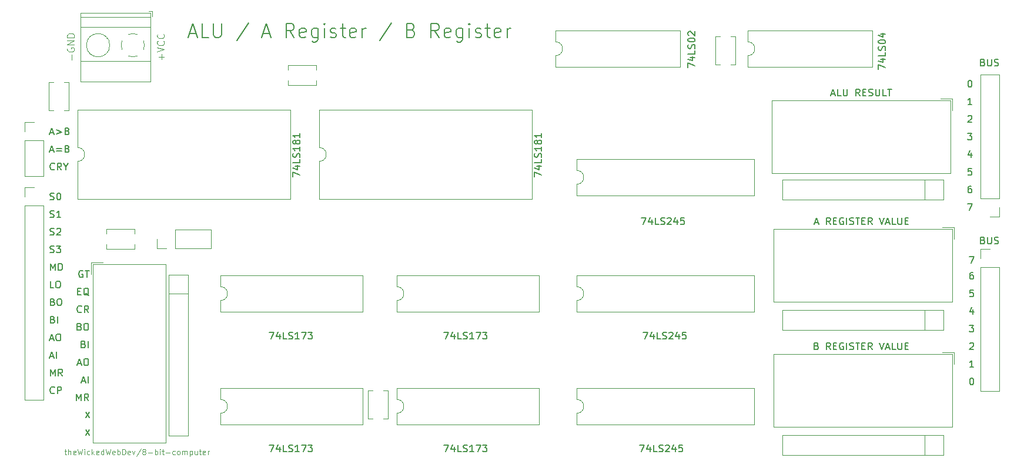
<source format=gbr>
%TF.GenerationSoftware,KiCad,Pcbnew,(5.1.9-0-10_14)*%
%TF.CreationDate,2021-06-17T14:45:46-04:00*%
%TF.ProjectId,ALU-181,414c552d-3138-4312-9e6b-696361645f70,rev?*%
%TF.SameCoordinates,Original*%
%TF.FileFunction,Legend,Top*%
%TF.FilePolarity,Positive*%
%FSLAX46Y46*%
G04 Gerber Fmt 4.6, Leading zero omitted, Abs format (unit mm)*
G04 Created by KiCad (PCBNEW (5.1.9-0-10_14)) date 2021-06-17 14:45:46*
%MOMM*%
%LPD*%
G01*
G04 APERTURE LIST*
%ADD10C,0.150000*%
%ADD11C,0.100000*%
%ADD12C,0.120000*%
G04 APERTURE END LIST*
D10*
X207023928Y-88828571D02*
X207166785Y-88876190D01*
X207214404Y-88923809D01*
X207262023Y-89019047D01*
X207262023Y-89161904D01*
X207214404Y-89257142D01*
X207166785Y-89304761D01*
X207071547Y-89352380D01*
X206690595Y-89352380D01*
X206690595Y-88352380D01*
X207023928Y-88352380D01*
X207119166Y-88400000D01*
X207166785Y-88447619D01*
X207214404Y-88542857D01*
X207214404Y-88638095D01*
X207166785Y-88733333D01*
X207119166Y-88780952D01*
X207023928Y-88828571D01*
X206690595Y-88828571D01*
X207690595Y-88352380D02*
X207690595Y-89161904D01*
X207738214Y-89257142D01*
X207785833Y-89304761D01*
X207881071Y-89352380D01*
X208071547Y-89352380D01*
X208166785Y-89304761D01*
X208214404Y-89257142D01*
X208262023Y-89161904D01*
X208262023Y-88352380D01*
X208690595Y-89304761D02*
X208833452Y-89352380D01*
X209071547Y-89352380D01*
X209166785Y-89304761D01*
X209214404Y-89257142D01*
X209262023Y-89161904D01*
X209262023Y-89066666D01*
X209214404Y-88971428D01*
X209166785Y-88923809D01*
X209071547Y-88876190D01*
X208881071Y-88828571D01*
X208785833Y-88780952D01*
X208738214Y-88733333D01*
X208690595Y-88638095D01*
X208690595Y-88542857D01*
X208738214Y-88447619D01*
X208785833Y-88400000D01*
X208881071Y-88352380D01*
X209119166Y-88352380D01*
X209262023Y-88400000D01*
X205086976Y-91146380D02*
X205753642Y-91146380D01*
X205325071Y-92146380D01*
X205610785Y-93432380D02*
X205420309Y-93432380D01*
X205325071Y-93480000D01*
X205277452Y-93527619D01*
X205182214Y-93670476D01*
X205134595Y-93860952D01*
X205134595Y-94241904D01*
X205182214Y-94337142D01*
X205229833Y-94384761D01*
X205325071Y-94432380D01*
X205515547Y-94432380D01*
X205610785Y-94384761D01*
X205658404Y-94337142D01*
X205706023Y-94241904D01*
X205706023Y-94003809D01*
X205658404Y-93908571D01*
X205610785Y-93860952D01*
X205515547Y-93813333D01*
X205325071Y-93813333D01*
X205229833Y-93860952D01*
X205182214Y-93908571D01*
X205134595Y-94003809D01*
X205134595Y-103687619D02*
X205182214Y-103640000D01*
X205277452Y-103592380D01*
X205515547Y-103592380D01*
X205610785Y-103640000D01*
X205658404Y-103687619D01*
X205706023Y-103782857D01*
X205706023Y-103878095D01*
X205658404Y-104020952D01*
X205086976Y-104592380D01*
X205706023Y-104592380D01*
X205086976Y-101052380D02*
X205706023Y-101052380D01*
X205372690Y-101433333D01*
X205515547Y-101433333D01*
X205610785Y-101480952D01*
X205658404Y-101528571D01*
X205706023Y-101623809D01*
X205706023Y-101861904D01*
X205658404Y-101957142D01*
X205610785Y-102004761D01*
X205515547Y-102052380D01*
X205229833Y-102052380D01*
X205134595Y-102004761D01*
X205086976Y-101957142D01*
X205372690Y-108672380D02*
X205467928Y-108672380D01*
X205563166Y-108720000D01*
X205610785Y-108767619D01*
X205658404Y-108862857D01*
X205706023Y-109053333D01*
X205706023Y-109291428D01*
X205658404Y-109481904D01*
X205610785Y-109577142D01*
X205563166Y-109624761D01*
X205467928Y-109672380D01*
X205372690Y-109672380D01*
X205277452Y-109624761D01*
X205229833Y-109577142D01*
X205182214Y-109481904D01*
X205134595Y-109291428D01*
X205134595Y-109053333D01*
X205182214Y-108862857D01*
X205229833Y-108767619D01*
X205277452Y-108720000D01*
X205372690Y-108672380D01*
X205706023Y-107132380D02*
X205134595Y-107132380D01*
X205420309Y-107132380D02*
X205420309Y-106132380D01*
X205325071Y-106275238D01*
X205229833Y-106370476D01*
X205134595Y-106418095D01*
X205610785Y-98845714D02*
X205610785Y-99512380D01*
X205372690Y-98464761D02*
X205134595Y-99179047D01*
X205753642Y-99179047D01*
X205658404Y-95972380D02*
X205182214Y-95972380D01*
X205134595Y-96448571D01*
X205182214Y-96400952D01*
X205277452Y-96353333D01*
X205515547Y-96353333D01*
X205610785Y-96400952D01*
X205658404Y-96448571D01*
X205706023Y-96543809D01*
X205706023Y-96781904D01*
X205658404Y-96877142D01*
X205610785Y-96924761D01*
X205515547Y-96972380D01*
X205277452Y-96972380D01*
X205182214Y-96924761D01*
X205134595Y-96877142D01*
D11*
X88717428Y-62769523D02*
X88717428Y-62007619D01*
X89098380Y-62388571D02*
X88336476Y-62388571D01*
X88098380Y-61674285D02*
X89098380Y-61340952D01*
X88098380Y-61007619D01*
X89003142Y-60102857D02*
X89050761Y-60150476D01*
X89098380Y-60293333D01*
X89098380Y-60388571D01*
X89050761Y-60531428D01*
X88955523Y-60626666D01*
X88860285Y-60674285D01*
X88669809Y-60721904D01*
X88526952Y-60721904D01*
X88336476Y-60674285D01*
X88241238Y-60626666D01*
X88146000Y-60531428D01*
X88098380Y-60388571D01*
X88098380Y-60293333D01*
X88146000Y-60150476D01*
X88193619Y-60102857D01*
X89003142Y-59102857D02*
X89050761Y-59150476D01*
X89098380Y-59293333D01*
X89098380Y-59388571D01*
X89050761Y-59531428D01*
X88955523Y-59626666D01*
X88860285Y-59674285D01*
X88669809Y-59721904D01*
X88526952Y-59721904D01*
X88336476Y-59674285D01*
X88241238Y-59626666D01*
X88146000Y-59531428D01*
X88098380Y-59388571D01*
X88098380Y-59293333D01*
X88146000Y-59150476D01*
X88193619Y-59102857D01*
X75763428Y-62864761D02*
X75763428Y-62102857D01*
X75192000Y-61102857D02*
X75144380Y-61198095D01*
X75144380Y-61340952D01*
X75192000Y-61483809D01*
X75287238Y-61579047D01*
X75382476Y-61626666D01*
X75572952Y-61674285D01*
X75715809Y-61674285D01*
X75906285Y-61626666D01*
X76001523Y-61579047D01*
X76096761Y-61483809D01*
X76144380Y-61340952D01*
X76144380Y-61245714D01*
X76096761Y-61102857D01*
X76049142Y-61055238D01*
X75715809Y-61055238D01*
X75715809Y-61245714D01*
X76144380Y-60626666D02*
X75144380Y-60626666D01*
X76144380Y-60055238D01*
X75144380Y-60055238D01*
X76144380Y-59579047D02*
X75144380Y-59579047D01*
X75144380Y-59340952D01*
X75192000Y-59198095D01*
X75287238Y-59102857D01*
X75382476Y-59055238D01*
X75572952Y-59007619D01*
X75715809Y-59007619D01*
X75906285Y-59055238D01*
X76001523Y-59102857D01*
X76096761Y-59198095D01*
X76144380Y-59340952D01*
X76144380Y-59579047D01*
D10*
X73297023Y-78589142D02*
X73249404Y-78636761D01*
X73106547Y-78684380D01*
X73011309Y-78684380D01*
X72868452Y-78636761D01*
X72773214Y-78541523D01*
X72725595Y-78446285D01*
X72677976Y-78255809D01*
X72677976Y-78112952D01*
X72725595Y-77922476D01*
X72773214Y-77827238D01*
X72868452Y-77732000D01*
X73011309Y-77684380D01*
X73106547Y-77684380D01*
X73249404Y-77732000D01*
X73297023Y-77779619D01*
X74297023Y-78684380D02*
X73963690Y-78208190D01*
X73725595Y-78684380D02*
X73725595Y-77684380D01*
X74106547Y-77684380D01*
X74201785Y-77732000D01*
X74249404Y-77779619D01*
X74297023Y-77874857D01*
X74297023Y-78017714D01*
X74249404Y-78112952D01*
X74201785Y-78160571D01*
X74106547Y-78208190D01*
X73725595Y-78208190D01*
X74916071Y-78208190D02*
X74916071Y-78684380D01*
X74582738Y-77684380D02*
X74916071Y-78208190D01*
X75249404Y-77684380D01*
X72677976Y-75858666D02*
X73154166Y-75858666D01*
X72582738Y-76144380D02*
X72916071Y-75144380D01*
X73249404Y-76144380D01*
X73582738Y-75620571D02*
X74344642Y-75620571D01*
X74344642Y-75906285D02*
X73582738Y-75906285D01*
X75154166Y-75620571D02*
X75297023Y-75668190D01*
X75344642Y-75715809D01*
X75392261Y-75811047D01*
X75392261Y-75953904D01*
X75344642Y-76049142D01*
X75297023Y-76096761D01*
X75201785Y-76144380D01*
X74820833Y-76144380D01*
X74820833Y-75144380D01*
X75154166Y-75144380D01*
X75249404Y-75192000D01*
X75297023Y-75239619D01*
X75344642Y-75334857D01*
X75344642Y-75430095D01*
X75297023Y-75525333D01*
X75249404Y-75572952D01*
X75154166Y-75620571D01*
X74820833Y-75620571D01*
X72677976Y-73318666D02*
X73154166Y-73318666D01*
X72582738Y-73604380D02*
X72916071Y-72604380D01*
X73249404Y-73604380D01*
X73582738Y-72937714D02*
X74344642Y-73223428D01*
X73582738Y-73509142D01*
X75154166Y-73080571D02*
X75297023Y-73128190D01*
X75344642Y-73175809D01*
X75392261Y-73271047D01*
X75392261Y-73413904D01*
X75344642Y-73509142D01*
X75297023Y-73556761D01*
X75201785Y-73604380D01*
X74820833Y-73604380D01*
X74820833Y-72604380D01*
X75154166Y-72604380D01*
X75249404Y-72652000D01*
X75297023Y-72699619D01*
X75344642Y-72794857D01*
X75344642Y-72890095D01*
X75297023Y-72985333D01*
X75249404Y-73032952D01*
X75154166Y-73080571D01*
X74820833Y-73080571D01*
X73297023Y-110847142D02*
X73249404Y-110894761D01*
X73106547Y-110942380D01*
X73011309Y-110942380D01*
X72868452Y-110894761D01*
X72773214Y-110799523D01*
X72725595Y-110704285D01*
X72677976Y-110513809D01*
X72677976Y-110370952D01*
X72725595Y-110180476D01*
X72773214Y-110085238D01*
X72868452Y-109990000D01*
X73011309Y-109942380D01*
X73106547Y-109942380D01*
X73249404Y-109990000D01*
X73297023Y-110037619D01*
X73725595Y-110942380D02*
X73725595Y-109942380D01*
X74106547Y-109942380D01*
X74201785Y-109990000D01*
X74249404Y-110037619D01*
X74297023Y-110132857D01*
X74297023Y-110275714D01*
X74249404Y-110370952D01*
X74201785Y-110418571D01*
X74106547Y-110466190D01*
X73725595Y-110466190D01*
X72725595Y-108402380D02*
X72725595Y-107402380D01*
X73058928Y-108116666D01*
X73392261Y-107402380D01*
X73392261Y-108402380D01*
X74439880Y-108402380D02*
X74106547Y-107926190D01*
X73868452Y-108402380D02*
X73868452Y-107402380D01*
X74249404Y-107402380D01*
X74344642Y-107450000D01*
X74392261Y-107497619D01*
X74439880Y-107592857D01*
X74439880Y-107735714D01*
X74392261Y-107830952D01*
X74344642Y-107878571D01*
X74249404Y-107926190D01*
X73868452Y-107926190D01*
X72677976Y-105576666D02*
X73154166Y-105576666D01*
X72582738Y-105862380D02*
X72916071Y-104862380D01*
X73249404Y-105862380D01*
X73582738Y-105862380D02*
X73582738Y-104862380D01*
X72677976Y-103036666D02*
X73154166Y-103036666D01*
X72582738Y-103322380D02*
X72916071Y-102322380D01*
X73249404Y-103322380D01*
X73773214Y-102322380D02*
X73963690Y-102322380D01*
X74058928Y-102370000D01*
X74154166Y-102465238D01*
X74201785Y-102655714D01*
X74201785Y-102989047D01*
X74154166Y-103179523D01*
X74058928Y-103274761D01*
X73963690Y-103322380D01*
X73773214Y-103322380D01*
X73677976Y-103274761D01*
X73582738Y-103179523D01*
X73535119Y-102989047D01*
X73535119Y-102655714D01*
X73582738Y-102465238D01*
X73677976Y-102370000D01*
X73773214Y-102322380D01*
X73058928Y-100258571D02*
X73201785Y-100306190D01*
X73249404Y-100353809D01*
X73297023Y-100449047D01*
X73297023Y-100591904D01*
X73249404Y-100687142D01*
X73201785Y-100734761D01*
X73106547Y-100782380D01*
X72725595Y-100782380D01*
X72725595Y-99782380D01*
X73058928Y-99782380D01*
X73154166Y-99830000D01*
X73201785Y-99877619D01*
X73249404Y-99972857D01*
X73249404Y-100068095D01*
X73201785Y-100163333D01*
X73154166Y-100210952D01*
X73058928Y-100258571D01*
X72725595Y-100258571D01*
X73725595Y-100782380D02*
X73725595Y-99782380D01*
X73058928Y-97718571D02*
X73201785Y-97766190D01*
X73249404Y-97813809D01*
X73297023Y-97909047D01*
X73297023Y-98051904D01*
X73249404Y-98147142D01*
X73201785Y-98194761D01*
X73106547Y-98242380D01*
X72725595Y-98242380D01*
X72725595Y-97242380D01*
X73058928Y-97242380D01*
X73154166Y-97290000D01*
X73201785Y-97337619D01*
X73249404Y-97432857D01*
X73249404Y-97528095D01*
X73201785Y-97623333D01*
X73154166Y-97670952D01*
X73058928Y-97718571D01*
X72725595Y-97718571D01*
X73916071Y-97242380D02*
X74106547Y-97242380D01*
X74201785Y-97290000D01*
X74297023Y-97385238D01*
X74344642Y-97575714D01*
X74344642Y-97909047D01*
X74297023Y-98099523D01*
X74201785Y-98194761D01*
X74106547Y-98242380D01*
X73916071Y-98242380D01*
X73820833Y-98194761D01*
X73725595Y-98099523D01*
X73677976Y-97909047D01*
X73677976Y-97575714D01*
X73725595Y-97385238D01*
X73820833Y-97290000D01*
X73916071Y-97242380D01*
X73201785Y-95702380D02*
X72725595Y-95702380D01*
X72725595Y-94702380D01*
X73725595Y-94702380D02*
X73916071Y-94702380D01*
X74011309Y-94750000D01*
X74106547Y-94845238D01*
X74154166Y-95035714D01*
X74154166Y-95369047D01*
X74106547Y-95559523D01*
X74011309Y-95654761D01*
X73916071Y-95702380D01*
X73725595Y-95702380D01*
X73630357Y-95654761D01*
X73535119Y-95559523D01*
X73487500Y-95369047D01*
X73487500Y-95035714D01*
X73535119Y-94845238D01*
X73630357Y-94750000D01*
X73725595Y-94702380D01*
X72725595Y-93162380D02*
X72725595Y-92162380D01*
X73058928Y-92876666D01*
X73392261Y-92162380D01*
X73392261Y-93162380D01*
X73868452Y-93162380D02*
X73868452Y-92162380D01*
X74106547Y-92162380D01*
X74249404Y-92210000D01*
X74344642Y-92305238D01*
X74392261Y-92400476D01*
X74439880Y-92590952D01*
X74439880Y-92733809D01*
X74392261Y-92924285D01*
X74344642Y-93019523D01*
X74249404Y-93114761D01*
X74106547Y-93162380D01*
X73868452Y-93162380D01*
X72677976Y-90574761D02*
X72820833Y-90622380D01*
X73058928Y-90622380D01*
X73154166Y-90574761D01*
X73201785Y-90527142D01*
X73249404Y-90431904D01*
X73249404Y-90336666D01*
X73201785Y-90241428D01*
X73154166Y-90193809D01*
X73058928Y-90146190D01*
X72868452Y-90098571D01*
X72773214Y-90050952D01*
X72725595Y-90003333D01*
X72677976Y-89908095D01*
X72677976Y-89812857D01*
X72725595Y-89717619D01*
X72773214Y-89670000D01*
X72868452Y-89622380D01*
X73106547Y-89622380D01*
X73249404Y-89670000D01*
X73582738Y-89622380D02*
X74201785Y-89622380D01*
X73868452Y-90003333D01*
X74011309Y-90003333D01*
X74106547Y-90050952D01*
X74154166Y-90098571D01*
X74201785Y-90193809D01*
X74201785Y-90431904D01*
X74154166Y-90527142D01*
X74106547Y-90574761D01*
X74011309Y-90622380D01*
X73725595Y-90622380D01*
X73630357Y-90574761D01*
X73582738Y-90527142D01*
X72677976Y-88034761D02*
X72820833Y-88082380D01*
X73058928Y-88082380D01*
X73154166Y-88034761D01*
X73201785Y-87987142D01*
X73249404Y-87891904D01*
X73249404Y-87796666D01*
X73201785Y-87701428D01*
X73154166Y-87653809D01*
X73058928Y-87606190D01*
X72868452Y-87558571D01*
X72773214Y-87510952D01*
X72725595Y-87463333D01*
X72677976Y-87368095D01*
X72677976Y-87272857D01*
X72725595Y-87177619D01*
X72773214Y-87130000D01*
X72868452Y-87082380D01*
X73106547Y-87082380D01*
X73249404Y-87130000D01*
X73630357Y-87177619D02*
X73677976Y-87130000D01*
X73773214Y-87082380D01*
X74011309Y-87082380D01*
X74106547Y-87130000D01*
X74154166Y-87177619D01*
X74201785Y-87272857D01*
X74201785Y-87368095D01*
X74154166Y-87510952D01*
X73582738Y-88082380D01*
X74201785Y-88082380D01*
X72677976Y-85494761D02*
X72820833Y-85542380D01*
X73058928Y-85542380D01*
X73154166Y-85494761D01*
X73201785Y-85447142D01*
X73249404Y-85351904D01*
X73249404Y-85256666D01*
X73201785Y-85161428D01*
X73154166Y-85113809D01*
X73058928Y-85066190D01*
X72868452Y-85018571D01*
X72773214Y-84970952D01*
X72725595Y-84923333D01*
X72677976Y-84828095D01*
X72677976Y-84732857D01*
X72725595Y-84637619D01*
X72773214Y-84590000D01*
X72868452Y-84542380D01*
X73106547Y-84542380D01*
X73249404Y-84590000D01*
X74201785Y-85542380D02*
X73630357Y-85542380D01*
X73916071Y-85542380D02*
X73916071Y-84542380D01*
X73820833Y-84685238D01*
X73725595Y-84780476D01*
X73630357Y-84828095D01*
X72677976Y-82954761D02*
X72820833Y-83002380D01*
X73058928Y-83002380D01*
X73154166Y-82954761D01*
X73201785Y-82907142D01*
X73249404Y-82811904D01*
X73249404Y-82716666D01*
X73201785Y-82621428D01*
X73154166Y-82573809D01*
X73058928Y-82526190D01*
X72868452Y-82478571D01*
X72773214Y-82430952D01*
X72725595Y-82383333D01*
X72677976Y-82288095D01*
X72677976Y-82192857D01*
X72725595Y-82097619D01*
X72773214Y-82050000D01*
X72868452Y-82002380D01*
X73106547Y-82002380D01*
X73249404Y-82050000D01*
X73868452Y-82002380D02*
X73963690Y-82002380D01*
X74058928Y-82050000D01*
X74106547Y-82097619D01*
X74154166Y-82192857D01*
X74201785Y-82383333D01*
X74201785Y-82621428D01*
X74154166Y-82811904D01*
X74106547Y-82907142D01*
X74058928Y-82954761D01*
X73963690Y-83002380D01*
X73868452Y-83002380D01*
X73773214Y-82954761D01*
X73725595Y-82907142D01*
X73677976Y-82811904D01*
X73630357Y-82621428D01*
X73630357Y-82383333D01*
X73677976Y-82192857D01*
X73725595Y-82097619D01*
X73773214Y-82050000D01*
X73868452Y-82002380D01*
X207023928Y-63174571D02*
X207166785Y-63222190D01*
X207214404Y-63269809D01*
X207262023Y-63365047D01*
X207262023Y-63507904D01*
X207214404Y-63603142D01*
X207166785Y-63650761D01*
X207071547Y-63698380D01*
X206690595Y-63698380D01*
X206690595Y-62698380D01*
X207023928Y-62698380D01*
X207119166Y-62746000D01*
X207166785Y-62793619D01*
X207214404Y-62888857D01*
X207214404Y-62984095D01*
X207166785Y-63079333D01*
X207119166Y-63126952D01*
X207023928Y-63174571D01*
X206690595Y-63174571D01*
X207690595Y-62698380D02*
X207690595Y-63507904D01*
X207738214Y-63603142D01*
X207785833Y-63650761D01*
X207881071Y-63698380D01*
X208071547Y-63698380D01*
X208166785Y-63650761D01*
X208214404Y-63603142D01*
X208262023Y-63507904D01*
X208262023Y-62698380D01*
X208690595Y-63650761D02*
X208833452Y-63698380D01*
X209071547Y-63698380D01*
X209166785Y-63650761D01*
X209214404Y-63603142D01*
X209262023Y-63507904D01*
X209262023Y-63412666D01*
X209214404Y-63317428D01*
X209166785Y-63269809D01*
X209071547Y-63222190D01*
X208881071Y-63174571D01*
X208785833Y-63126952D01*
X208738214Y-63079333D01*
X208690595Y-62984095D01*
X208690595Y-62888857D01*
X208738214Y-62793619D01*
X208785833Y-62746000D01*
X208881071Y-62698380D01*
X209119166Y-62698380D01*
X209262023Y-62746000D01*
X204832976Y-83526380D02*
X205499642Y-83526380D01*
X205071071Y-84526380D01*
X205356785Y-80986380D02*
X205166309Y-80986380D01*
X205071071Y-81034000D01*
X205023452Y-81081619D01*
X204928214Y-81224476D01*
X204880595Y-81414952D01*
X204880595Y-81795904D01*
X204928214Y-81891142D01*
X204975833Y-81938761D01*
X205071071Y-81986380D01*
X205261547Y-81986380D01*
X205356785Y-81938761D01*
X205404404Y-81891142D01*
X205452023Y-81795904D01*
X205452023Y-81557809D01*
X205404404Y-81462571D01*
X205356785Y-81414952D01*
X205261547Y-81367333D01*
X205071071Y-81367333D01*
X204975833Y-81414952D01*
X204928214Y-81462571D01*
X204880595Y-81557809D01*
X205404404Y-78446380D02*
X204928214Y-78446380D01*
X204880595Y-78922571D01*
X204928214Y-78874952D01*
X205023452Y-78827333D01*
X205261547Y-78827333D01*
X205356785Y-78874952D01*
X205404404Y-78922571D01*
X205452023Y-79017809D01*
X205452023Y-79255904D01*
X205404404Y-79351142D01*
X205356785Y-79398761D01*
X205261547Y-79446380D01*
X205023452Y-79446380D01*
X204928214Y-79398761D01*
X204880595Y-79351142D01*
X205356785Y-76239714D02*
X205356785Y-76906380D01*
X205118690Y-75858761D02*
X204880595Y-76573047D01*
X205499642Y-76573047D01*
X204832976Y-73366380D02*
X205452023Y-73366380D01*
X205118690Y-73747333D01*
X205261547Y-73747333D01*
X205356785Y-73794952D01*
X205404404Y-73842571D01*
X205452023Y-73937809D01*
X205452023Y-74175904D01*
X205404404Y-74271142D01*
X205356785Y-74318761D01*
X205261547Y-74366380D01*
X204975833Y-74366380D01*
X204880595Y-74318761D01*
X204832976Y-74271142D01*
X204880595Y-70921619D02*
X204928214Y-70874000D01*
X205023452Y-70826380D01*
X205261547Y-70826380D01*
X205356785Y-70874000D01*
X205404404Y-70921619D01*
X205452023Y-71016857D01*
X205452023Y-71112095D01*
X205404404Y-71254952D01*
X204832976Y-71826380D01*
X205452023Y-71826380D01*
X205452023Y-69286380D02*
X204880595Y-69286380D01*
X205166309Y-69286380D02*
X205166309Y-68286380D01*
X205071071Y-68429238D01*
X204975833Y-68524476D01*
X204880595Y-68572095D01*
X205118690Y-65746380D02*
X205213928Y-65746380D01*
X205309166Y-65794000D01*
X205356785Y-65841619D01*
X205404404Y-65936857D01*
X205452023Y-66127333D01*
X205452023Y-66365428D01*
X205404404Y-66555904D01*
X205356785Y-66651142D01*
X205309166Y-66698761D01*
X205213928Y-66746380D01*
X205118690Y-66746380D01*
X205023452Y-66698761D01*
X204975833Y-66651142D01*
X204928214Y-66555904D01*
X204880595Y-66365428D01*
X204880595Y-66127333D01*
X204928214Y-65936857D01*
X204975833Y-65841619D01*
X205023452Y-65794000D01*
X205118690Y-65746380D01*
X183069928Y-104068571D02*
X183212785Y-104116190D01*
X183260404Y-104163809D01*
X183308023Y-104259047D01*
X183308023Y-104401904D01*
X183260404Y-104497142D01*
X183212785Y-104544761D01*
X183117547Y-104592380D01*
X182736595Y-104592380D01*
X182736595Y-103592380D01*
X183069928Y-103592380D01*
X183165166Y-103640000D01*
X183212785Y-103687619D01*
X183260404Y-103782857D01*
X183260404Y-103878095D01*
X183212785Y-103973333D01*
X183165166Y-104020952D01*
X183069928Y-104068571D01*
X182736595Y-104068571D01*
X185069928Y-104592380D02*
X184736595Y-104116190D01*
X184498500Y-104592380D02*
X184498500Y-103592380D01*
X184879452Y-103592380D01*
X184974690Y-103640000D01*
X185022309Y-103687619D01*
X185069928Y-103782857D01*
X185069928Y-103925714D01*
X185022309Y-104020952D01*
X184974690Y-104068571D01*
X184879452Y-104116190D01*
X184498500Y-104116190D01*
X185498500Y-104068571D02*
X185831833Y-104068571D01*
X185974690Y-104592380D02*
X185498500Y-104592380D01*
X185498500Y-103592380D01*
X185974690Y-103592380D01*
X186927071Y-103640000D02*
X186831833Y-103592380D01*
X186688976Y-103592380D01*
X186546119Y-103640000D01*
X186450880Y-103735238D01*
X186403261Y-103830476D01*
X186355642Y-104020952D01*
X186355642Y-104163809D01*
X186403261Y-104354285D01*
X186450880Y-104449523D01*
X186546119Y-104544761D01*
X186688976Y-104592380D01*
X186784214Y-104592380D01*
X186927071Y-104544761D01*
X186974690Y-104497142D01*
X186974690Y-104163809D01*
X186784214Y-104163809D01*
X187403261Y-104592380D02*
X187403261Y-103592380D01*
X187831833Y-104544761D02*
X187974690Y-104592380D01*
X188212785Y-104592380D01*
X188308023Y-104544761D01*
X188355642Y-104497142D01*
X188403261Y-104401904D01*
X188403261Y-104306666D01*
X188355642Y-104211428D01*
X188308023Y-104163809D01*
X188212785Y-104116190D01*
X188022309Y-104068571D01*
X187927071Y-104020952D01*
X187879452Y-103973333D01*
X187831833Y-103878095D01*
X187831833Y-103782857D01*
X187879452Y-103687619D01*
X187927071Y-103640000D01*
X188022309Y-103592380D01*
X188260404Y-103592380D01*
X188403261Y-103640000D01*
X188688976Y-103592380D02*
X189260404Y-103592380D01*
X188974690Y-104592380D02*
X188974690Y-103592380D01*
X189593738Y-104068571D02*
X189927071Y-104068571D01*
X190069928Y-104592380D02*
X189593738Y-104592380D01*
X189593738Y-103592380D01*
X190069928Y-103592380D01*
X191069928Y-104592380D02*
X190736595Y-104116190D01*
X190498500Y-104592380D02*
X190498500Y-103592380D01*
X190879452Y-103592380D01*
X190974690Y-103640000D01*
X191022309Y-103687619D01*
X191069928Y-103782857D01*
X191069928Y-103925714D01*
X191022309Y-104020952D01*
X190974690Y-104068571D01*
X190879452Y-104116190D01*
X190498500Y-104116190D01*
X192117547Y-103592380D02*
X192450880Y-104592380D01*
X192784214Y-103592380D01*
X193069928Y-104306666D02*
X193546119Y-104306666D01*
X192974690Y-104592380D02*
X193308023Y-103592380D01*
X193641357Y-104592380D01*
X194450880Y-104592380D02*
X193974690Y-104592380D01*
X193974690Y-103592380D01*
X194784214Y-103592380D02*
X194784214Y-104401904D01*
X194831833Y-104497142D01*
X194879452Y-104544761D01*
X194974690Y-104592380D01*
X195165166Y-104592380D01*
X195260404Y-104544761D01*
X195308023Y-104497142D01*
X195355642Y-104401904D01*
X195355642Y-103592380D01*
X195831833Y-104068571D02*
X196165166Y-104068571D01*
X196308023Y-104592380D02*
X195831833Y-104592380D01*
X195831833Y-103592380D01*
X196308023Y-103592380D01*
X182831833Y-86272666D02*
X183308023Y-86272666D01*
X182736595Y-86558380D02*
X183069928Y-85558380D01*
X183403261Y-86558380D01*
X185069928Y-86558380D02*
X184736595Y-86082190D01*
X184498500Y-86558380D02*
X184498500Y-85558380D01*
X184879452Y-85558380D01*
X184974690Y-85606000D01*
X185022309Y-85653619D01*
X185069928Y-85748857D01*
X185069928Y-85891714D01*
X185022309Y-85986952D01*
X184974690Y-86034571D01*
X184879452Y-86082190D01*
X184498500Y-86082190D01*
X185498500Y-86034571D02*
X185831833Y-86034571D01*
X185974690Y-86558380D02*
X185498500Y-86558380D01*
X185498500Y-85558380D01*
X185974690Y-85558380D01*
X186927071Y-85606000D02*
X186831833Y-85558380D01*
X186688976Y-85558380D01*
X186546119Y-85606000D01*
X186450880Y-85701238D01*
X186403261Y-85796476D01*
X186355642Y-85986952D01*
X186355642Y-86129809D01*
X186403261Y-86320285D01*
X186450880Y-86415523D01*
X186546119Y-86510761D01*
X186688976Y-86558380D01*
X186784214Y-86558380D01*
X186927071Y-86510761D01*
X186974690Y-86463142D01*
X186974690Y-86129809D01*
X186784214Y-86129809D01*
X187403261Y-86558380D02*
X187403261Y-85558380D01*
X187831833Y-86510761D02*
X187974690Y-86558380D01*
X188212785Y-86558380D01*
X188308023Y-86510761D01*
X188355642Y-86463142D01*
X188403261Y-86367904D01*
X188403261Y-86272666D01*
X188355642Y-86177428D01*
X188308023Y-86129809D01*
X188212785Y-86082190D01*
X188022309Y-86034571D01*
X187927071Y-85986952D01*
X187879452Y-85939333D01*
X187831833Y-85844095D01*
X187831833Y-85748857D01*
X187879452Y-85653619D01*
X187927071Y-85606000D01*
X188022309Y-85558380D01*
X188260404Y-85558380D01*
X188403261Y-85606000D01*
X188688976Y-85558380D02*
X189260404Y-85558380D01*
X188974690Y-86558380D02*
X188974690Y-85558380D01*
X189593738Y-86034571D02*
X189927071Y-86034571D01*
X190069928Y-86558380D02*
X189593738Y-86558380D01*
X189593738Y-85558380D01*
X190069928Y-85558380D01*
X191069928Y-86558380D02*
X190736595Y-86082190D01*
X190498500Y-86558380D02*
X190498500Y-85558380D01*
X190879452Y-85558380D01*
X190974690Y-85606000D01*
X191022309Y-85653619D01*
X191069928Y-85748857D01*
X191069928Y-85891714D01*
X191022309Y-85986952D01*
X190974690Y-86034571D01*
X190879452Y-86082190D01*
X190498500Y-86082190D01*
X192117547Y-85558380D02*
X192450880Y-86558380D01*
X192784214Y-85558380D01*
X193069928Y-86272666D02*
X193546119Y-86272666D01*
X192974690Y-86558380D02*
X193308023Y-85558380D01*
X193641357Y-86558380D01*
X194450880Y-86558380D02*
X193974690Y-86558380D01*
X193974690Y-85558380D01*
X194784214Y-85558380D02*
X194784214Y-86367904D01*
X194831833Y-86463142D01*
X194879452Y-86510761D01*
X194974690Y-86558380D01*
X195165166Y-86558380D01*
X195260404Y-86510761D01*
X195308023Y-86463142D01*
X195355642Y-86367904D01*
X195355642Y-85558380D01*
X195831833Y-86034571D02*
X196165166Y-86034571D01*
X196308023Y-86558380D02*
X195831833Y-86558380D01*
X195831833Y-85558380D01*
X196308023Y-85558380D01*
X185196595Y-67730666D02*
X185672785Y-67730666D01*
X185101357Y-68016380D02*
X185434690Y-67016380D01*
X185768023Y-68016380D01*
X186577547Y-68016380D02*
X186101357Y-68016380D01*
X186101357Y-67016380D01*
X186910880Y-67016380D02*
X186910880Y-67825904D01*
X186958500Y-67921142D01*
X187006119Y-67968761D01*
X187101357Y-68016380D01*
X187291833Y-68016380D01*
X187387071Y-67968761D01*
X187434690Y-67921142D01*
X187482309Y-67825904D01*
X187482309Y-67016380D01*
X189291833Y-68016380D02*
X188958500Y-67540190D01*
X188720404Y-68016380D02*
X188720404Y-67016380D01*
X189101357Y-67016380D01*
X189196595Y-67064000D01*
X189244214Y-67111619D01*
X189291833Y-67206857D01*
X189291833Y-67349714D01*
X189244214Y-67444952D01*
X189196595Y-67492571D01*
X189101357Y-67540190D01*
X188720404Y-67540190D01*
X189720404Y-67492571D02*
X190053738Y-67492571D01*
X190196595Y-68016380D02*
X189720404Y-68016380D01*
X189720404Y-67016380D01*
X190196595Y-67016380D01*
X190577547Y-67968761D02*
X190720404Y-68016380D01*
X190958500Y-68016380D01*
X191053738Y-67968761D01*
X191101357Y-67921142D01*
X191148976Y-67825904D01*
X191148976Y-67730666D01*
X191101357Y-67635428D01*
X191053738Y-67587809D01*
X190958500Y-67540190D01*
X190768023Y-67492571D01*
X190672785Y-67444952D01*
X190625166Y-67397333D01*
X190577547Y-67302095D01*
X190577547Y-67206857D01*
X190625166Y-67111619D01*
X190672785Y-67064000D01*
X190768023Y-67016380D01*
X191006119Y-67016380D01*
X191148976Y-67064000D01*
X191577547Y-67016380D02*
X191577547Y-67825904D01*
X191625166Y-67921142D01*
X191672785Y-67968761D01*
X191768023Y-68016380D01*
X191958500Y-68016380D01*
X192053738Y-67968761D01*
X192101357Y-67921142D01*
X192148976Y-67825904D01*
X192148976Y-67016380D01*
X193101357Y-68016380D02*
X192625166Y-68016380D01*
X192625166Y-67016380D01*
X193291833Y-67016380D02*
X193863261Y-67016380D01*
X193577547Y-68016380D02*
X193577547Y-67016380D01*
X129411547Y-118324380D02*
X130078214Y-118324380D01*
X129649642Y-119324380D01*
X130887738Y-118657714D02*
X130887738Y-119324380D01*
X130649642Y-118276761D02*
X130411547Y-118991047D01*
X131030595Y-118991047D01*
X131887738Y-119324380D02*
X131411547Y-119324380D01*
X131411547Y-118324380D01*
X132173452Y-119276761D02*
X132316309Y-119324380D01*
X132554404Y-119324380D01*
X132649642Y-119276761D01*
X132697261Y-119229142D01*
X132744880Y-119133904D01*
X132744880Y-119038666D01*
X132697261Y-118943428D01*
X132649642Y-118895809D01*
X132554404Y-118848190D01*
X132363928Y-118800571D01*
X132268690Y-118752952D01*
X132221071Y-118705333D01*
X132173452Y-118610095D01*
X132173452Y-118514857D01*
X132221071Y-118419619D01*
X132268690Y-118372000D01*
X132363928Y-118324380D01*
X132602023Y-118324380D01*
X132744880Y-118372000D01*
X133697261Y-119324380D02*
X133125833Y-119324380D01*
X133411547Y-119324380D02*
X133411547Y-118324380D01*
X133316309Y-118467238D01*
X133221071Y-118562476D01*
X133125833Y-118610095D01*
X134030595Y-118324380D02*
X134697261Y-118324380D01*
X134268690Y-119324380D01*
X134982976Y-118324380D02*
X135602023Y-118324380D01*
X135268690Y-118705333D01*
X135411547Y-118705333D01*
X135506785Y-118752952D01*
X135554404Y-118800571D01*
X135602023Y-118895809D01*
X135602023Y-119133904D01*
X135554404Y-119229142D01*
X135506785Y-119276761D01*
X135411547Y-119324380D01*
X135125833Y-119324380D01*
X135030595Y-119276761D01*
X134982976Y-119229142D01*
X104265547Y-118324380D02*
X104932214Y-118324380D01*
X104503642Y-119324380D01*
X105741738Y-118657714D02*
X105741738Y-119324380D01*
X105503642Y-118276761D02*
X105265547Y-118991047D01*
X105884595Y-118991047D01*
X106741738Y-119324380D02*
X106265547Y-119324380D01*
X106265547Y-118324380D01*
X107027452Y-119276761D02*
X107170309Y-119324380D01*
X107408404Y-119324380D01*
X107503642Y-119276761D01*
X107551261Y-119229142D01*
X107598880Y-119133904D01*
X107598880Y-119038666D01*
X107551261Y-118943428D01*
X107503642Y-118895809D01*
X107408404Y-118848190D01*
X107217928Y-118800571D01*
X107122690Y-118752952D01*
X107075071Y-118705333D01*
X107027452Y-118610095D01*
X107027452Y-118514857D01*
X107075071Y-118419619D01*
X107122690Y-118372000D01*
X107217928Y-118324380D01*
X107456023Y-118324380D01*
X107598880Y-118372000D01*
X108551261Y-119324380D02*
X107979833Y-119324380D01*
X108265547Y-119324380D02*
X108265547Y-118324380D01*
X108170309Y-118467238D01*
X108075071Y-118562476D01*
X107979833Y-118610095D01*
X108884595Y-118324380D02*
X109551261Y-118324380D01*
X109122690Y-119324380D01*
X109836976Y-118324380D02*
X110456023Y-118324380D01*
X110122690Y-118705333D01*
X110265547Y-118705333D01*
X110360785Y-118752952D01*
X110408404Y-118800571D01*
X110456023Y-118895809D01*
X110456023Y-119133904D01*
X110408404Y-119229142D01*
X110360785Y-119276761D01*
X110265547Y-119324380D01*
X109979833Y-119324380D01*
X109884595Y-119276761D01*
X109836976Y-119229142D01*
X104265547Y-102068380D02*
X104932214Y-102068380D01*
X104503642Y-103068380D01*
X105741738Y-102401714D02*
X105741738Y-103068380D01*
X105503642Y-102020761D02*
X105265547Y-102735047D01*
X105884595Y-102735047D01*
X106741738Y-103068380D02*
X106265547Y-103068380D01*
X106265547Y-102068380D01*
X107027452Y-103020761D02*
X107170309Y-103068380D01*
X107408404Y-103068380D01*
X107503642Y-103020761D01*
X107551261Y-102973142D01*
X107598880Y-102877904D01*
X107598880Y-102782666D01*
X107551261Y-102687428D01*
X107503642Y-102639809D01*
X107408404Y-102592190D01*
X107217928Y-102544571D01*
X107122690Y-102496952D01*
X107075071Y-102449333D01*
X107027452Y-102354095D01*
X107027452Y-102258857D01*
X107075071Y-102163619D01*
X107122690Y-102116000D01*
X107217928Y-102068380D01*
X107456023Y-102068380D01*
X107598880Y-102116000D01*
X108551261Y-103068380D02*
X107979833Y-103068380D01*
X108265547Y-103068380D02*
X108265547Y-102068380D01*
X108170309Y-102211238D01*
X108075071Y-102306476D01*
X107979833Y-102354095D01*
X108884595Y-102068380D02*
X109551261Y-102068380D01*
X109122690Y-103068380D01*
X109836976Y-102068380D02*
X110456023Y-102068380D01*
X110122690Y-102449333D01*
X110265547Y-102449333D01*
X110360785Y-102496952D01*
X110408404Y-102544571D01*
X110456023Y-102639809D01*
X110456023Y-102877904D01*
X110408404Y-102973142D01*
X110360785Y-103020761D01*
X110265547Y-103068380D01*
X109979833Y-103068380D01*
X109884595Y-103020761D01*
X109836976Y-102973142D01*
X129411547Y-102068380D02*
X130078214Y-102068380D01*
X129649642Y-103068380D01*
X130887738Y-102401714D02*
X130887738Y-103068380D01*
X130649642Y-102020761D02*
X130411547Y-102735047D01*
X131030595Y-102735047D01*
X131887738Y-103068380D02*
X131411547Y-103068380D01*
X131411547Y-102068380D01*
X132173452Y-103020761D02*
X132316309Y-103068380D01*
X132554404Y-103068380D01*
X132649642Y-103020761D01*
X132697261Y-102973142D01*
X132744880Y-102877904D01*
X132744880Y-102782666D01*
X132697261Y-102687428D01*
X132649642Y-102639809D01*
X132554404Y-102592190D01*
X132363928Y-102544571D01*
X132268690Y-102496952D01*
X132221071Y-102449333D01*
X132173452Y-102354095D01*
X132173452Y-102258857D01*
X132221071Y-102163619D01*
X132268690Y-102116000D01*
X132363928Y-102068380D01*
X132602023Y-102068380D01*
X132744880Y-102116000D01*
X133697261Y-103068380D02*
X133125833Y-103068380D01*
X133411547Y-103068380D02*
X133411547Y-102068380D01*
X133316309Y-102211238D01*
X133221071Y-102306476D01*
X133125833Y-102354095D01*
X134030595Y-102068380D02*
X134697261Y-102068380D01*
X134268690Y-103068380D01*
X134982976Y-102068380D02*
X135602023Y-102068380D01*
X135268690Y-102449333D01*
X135411547Y-102449333D01*
X135506785Y-102496952D01*
X135554404Y-102544571D01*
X135602023Y-102639809D01*
X135602023Y-102877904D01*
X135554404Y-102973142D01*
X135506785Y-103020761D01*
X135411547Y-103068380D01*
X135125833Y-103068380D01*
X135030595Y-103020761D01*
X134982976Y-102973142D01*
X157605547Y-118324380D02*
X158272214Y-118324380D01*
X157843642Y-119324380D01*
X159081738Y-118657714D02*
X159081738Y-119324380D01*
X158843642Y-118276761D02*
X158605547Y-118991047D01*
X159224595Y-118991047D01*
X160081738Y-119324380D02*
X159605547Y-119324380D01*
X159605547Y-118324380D01*
X160367452Y-119276761D02*
X160510309Y-119324380D01*
X160748404Y-119324380D01*
X160843642Y-119276761D01*
X160891261Y-119229142D01*
X160938880Y-119133904D01*
X160938880Y-119038666D01*
X160891261Y-118943428D01*
X160843642Y-118895809D01*
X160748404Y-118848190D01*
X160557928Y-118800571D01*
X160462690Y-118752952D01*
X160415071Y-118705333D01*
X160367452Y-118610095D01*
X160367452Y-118514857D01*
X160415071Y-118419619D01*
X160462690Y-118372000D01*
X160557928Y-118324380D01*
X160796023Y-118324380D01*
X160938880Y-118372000D01*
X161319833Y-118419619D02*
X161367452Y-118372000D01*
X161462690Y-118324380D01*
X161700785Y-118324380D01*
X161796023Y-118372000D01*
X161843642Y-118419619D01*
X161891261Y-118514857D01*
X161891261Y-118610095D01*
X161843642Y-118752952D01*
X161272214Y-119324380D01*
X161891261Y-119324380D01*
X162748404Y-118657714D02*
X162748404Y-119324380D01*
X162510309Y-118276761D02*
X162272214Y-118991047D01*
X162891261Y-118991047D01*
X163748404Y-118324380D02*
X163272214Y-118324380D01*
X163224595Y-118800571D01*
X163272214Y-118752952D01*
X163367452Y-118705333D01*
X163605547Y-118705333D01*
X163700785Y-118752952D01*
X163748404Y-118800571D01*
X163796023Y-118895809D01*
X163796023Y-119133904D01*
X163748404Y-119229142D01*
X163700785Y-119276761D01*
X163605547Y-119324380D01*
X163367452Y-119324380D01*
X163272214Y-119276761D01*
X163224595Y-119229142D01*
X158113547Y-102068380D02*
X158780214Y-102068380D01*
X158351642Y-103068380D01*
X159589738Y-102401714D02*
X159589738Y-103068380D01*
X159351642Y-102020761D02*
X159113547Y-102735047D01*
X159732595Y-102735047D01*
X160589738Y-103068380D02*
X160113547Y-103068380D01*
X160113547Y-102068380D01*
X160875452Y-103020761D02*
X161018309Y-103068380D01*
X161256404Y-103068380D01*
X161351642Y-103020761D01*
X161399261Y-102973142D01*
X161446880Y-102877904D01*
X161446880Y-102782666D01*
X161399261Y-102687428D01*
X161351642Y-102639809D01*
X161256404Y-102592190D01*
X161065928Y-102544571D01*
X160970690Y-102496952D01*
X160923071Y-102449333D01*
X160875452Y-102354095D01*
X160875452Y-102258857D01*
X160923071Y-102163619D01*
X160970690Y-102116000D01*
X161065928Y-102068380D01*
X161304023Y-102068380D01*
X161446880Y-102116000D01*
X161827833Y-102163619D02*
X161875452Y-102116000D01*
X161970690Y-102068380D01*
X162208785Y-102068380D01*
X162304023Y-102116000D01*
X162351642Y-102163619D01*
X162399261Y-102258857D01*
X162399261Y-102354095D01*
X162351642Y-102496952D01*
X161780214Y-103068380D01*
X162399261Y-103068380D01*
X163256404Y-102401714D02*
X163256404Y-103068380D01*
X163018309Y-102020761D02*
X162780214Y-102735047D01*
X163399261Y-102735047D01*
X164256404Y-102068380D02*
X163780214Y-102068380D01*
X163732595Y-102544571D01*
X163780214Y-102496952D01*
X163875452Y-102449333D01*
X164113547Y-102449333D01*
X164208785Y-102496952D01*
X164256404Y-102544571D01*
X164304023Y-102639809D01*
X164304023Y-102877904D01*
X164256404Y-102973142D01*
X164208785Y-103020761D01*
X164113547Y-103068380D01*
X163875452Y-103068380D01*
X163780214Y-103020761D01*
X163732595Y-102973142D01*
X157859547Y-85558380D02*
X158526214Y-85558380D01*
X158097642Y-86558380D01*
X159335738Y-85891714D02*
X159335738Y-86558380D01*
X159097642Y-85510761D02*
X158859547Y-86225047D01*
X159478595Y-86225047D01*
X160335738Y-86558380D02*
X159859547Y-86558380D01*
X159859547Y-85558380D01*
X160621452Y-86510761D02*
X160764309Y-86558380D01*
X161002404Y-86558380D01*
X161097642Y-86510761D01*
X161145261Y-86463142D01*
X161192880Y-86367904D01*
X161192880Y-86272666D01*
X161145261Y-86177428D01*
X161097642Y-86129809D01*
X161002404Y-86082190D01*
X160811928Y-86034571D01*
X160716690Y-85986952D01*
X160669071Y-85939333D01*
X160621452Y-85844095D01*
X160621452Y-85748857D01*
X160669071Y-85653619D01*
X160716690Y-85606000D01*
X160811928Y-85558380D01*
X161050023Y-85558380D01*
X161192880Y-85606000D01*
X161573833Y-85653619D02*
X161621452Y-85606000D01*
X161716690Y-85558380D01*
X161954785Y-85558380D01*
X162050023Y-85606000D01*
X162097642Y-85653619D01*
X162145261Y-85748857D01*
X162145261Y-85844095D01*
X162097642Y-85986952D01*
X161526214Y-86558380D01*
X162145261Y-86558380D01*
X163002404Y-85891714D02*
X163002404Y-86558380D01*
X162764309Y-85510761D02*
X162526214Y-86225047D01*
X163145261Y-86225047D01*
X164002404Y-85558380D02*
X163526214Y-85558380D01*
X163478595Y-86034571D01*
X163526214Y-85986952D01*
X163621452Y-85939333D01*
X163859547Y-85939333D01*
X163954785Y-85986952D01*
X164002404Y-86034571D01*
X164050023Y-86129809D01*
X164050023Y-86367904D01*
X164002404Y-86463142D01*
X163954785Y-86510761D01*
X163859547Y-86558380D01*
X163621452Y-86558380D01*
X163526214Y-86510761D01*
X163478595Y-86463142D01*
X191984380Y-64200071D02*
X191984380Y-63533404D01*
X192984380Y-63961976D01*
X192317714Y-62723880D02*
X192984380Y-62723880D01*
X191936761Y-62961976D02*
X192651047Y-63200071D01*
X192651047Y-62581023D01*
X192984380Y-61723880D02*
X192984380Y-62200071D01*
X191984380Y-62200071D01*
X192936761Y-61438166D02*
X192984380Y-61295309D01*
X192984380Y-61057214D01*
X192936761Y-60961976D01*
X192889142Y-60914357D01*
X192793904Y-60866738D01*
X192698666Y-60866738D01*
X192603428Y-60914357D01*
X192555809Y-60961976D01*
X192508190Y-61057214D01*
X192460571Y-61247690D01*
X192412952Y-61342928D01*
X192365333Y-61390547D01*
X192270095Y-61438166D01*
X192174857Y-61438166D01*
X192079619Y-61390547D01*
X192032000Y-61342928D01*
X191984380Y-61247690D01*
X191984380Y-61009595D01*
X192032000Y-60866738D01*
X191984380Y-60247690D02*
X191984380Y-60152452D01*
X192032000Y-60057214D01*
X192079619Y-60009595D01*
X192174857Y-59961976D01*
X192365333Y-59914357D01*
X192603428Y-59914357D01*
X192793904Y-59961976D01*
X192889142Y-60009595D01*
X192936761Y-60057214D01*
X192984380Y-60152452D01*
X192984380Y-60247690D01*
X192936761Y-60342928D01*
X192889142Y-60390547D01*
X192793904Y-60438166D01*
X192603428Y-60485785D01*
X192365333Y-60485785D01*
X192174857Y-60438166D01*
X192079619Y-60390547D01*
X192032000Y-60342928D01*
X191984380Y-60247690D01*
X192317714Y-59057214D02*
X192984380Y-59057214D01*
X191936761Y-59295309D02*
X192651047Y-59533404D01*
X192651047Y-58914357D01*
X164552380Y-63946071D02*
X164552380Y-63279404D01*
X165552380Y-63707976D01*
X164885714Y-62469880D02*
X165552380Y-62469880D01*
X164504761Y-62707976D02*
X165219047Y-62946071D01*
X165219047Y-62327023D01*
X165552380Y-61469880D02*
X165552380Y-61946071D01*
X164552380Y-61946071D01*
X165504761Y-61184166D02*
X165552380Y-61041309D01*
X165552380Y-60803214D01*
X165504761Y-60707976D01*
X165457142Y-60660357D01*
X165361904Y-60612738D01*
X165266666Y-60612738D01*
X165171428Y-60660357D01*
X165123809Y-60707976D01*
X165076190Y-60803214D01*
X165028571Y-60993690D01*
X164980952Y-61088928D01*
X164933333Y-61136547D01*
X164838095Y-61184166D01*
X164742857Y-61184166D01*
X164647619Y-61136547D01*
X164600000Y-61088928D01*
X164552380Y-60993690D01*
X164552380Y-60755595D01*
X164600000Y-60612738D01*
X164552380Y-59993690D02*
X164552380Y-59898452D01*
X164600000Y-59803214D01*
X164647619Y-59755595D01*
X164742857Y-59707976D01*
X164933333Y-59660357D01*
X165171428Y-59660357D01*
X165361904Y-59707976D01*
X165457142Y-59755595D01*
X165504761Y-59803214D01*
X165552380Y-59898452D01*
X165552380Y-59993690D01*
X165504761Y-60088928D01*
X165457142Y-60136547D01*
X165361904Y-60184166D01*
X165171428Y-60231785D01*
X164933333Y-60231785D01*
X164742857Y-60184166D01*
X164647619Y-60136547D01*
X164600000Y-60088928D01*
X164552380Y-59993690D01*
X164647619Y-59279404D02*
X164600000Y-59231785D01*
X164552380Y-59136547D01*
X164552380Y-58898452D01*
X164600000Y-58803214D01*
X164647619Y-58755595D01*
X164742857Y-58707976D01*
X164838095Y-58707976D01*
X164980952Y-58755595D01*
X165552380Y-59327023D01*
X165552380Y-58707976D01*
X142454380Y-79630452D02*
X142454380Y-78963785D01*
X143454380Y-79392357D01*
X142787714Y-78154261D02*
X143454380Y-78154261D01*
X142406761Y-78392357D02*
X143121047Y-78630452D01*
X143121047Y-78011404D01*
X143454380Y-77154261D02*
X143454380Y-77630452D01*
X142454380Y-77630452D01*
X143406761Y-76868547D02*
X143454380Y-76725690D01*
X143454380Y-76487595D01*
X143406761Y-76392357D01*
X143359142Y-76344738D01*
X143263904Y-76297119D01*
X143168666Y-76297119D01*
X143073428Y-76344738D01*
X143025809Y-76392357D01*
X142978190Y-76487595D01*
X142930571Y-76678071D01*
X142882952Y-76773309D01*
X142835333Y-76820928D01*
X142740095Y-76868547D01*
X142644857Y-76868547D01*
X142549619Y-76820928D01*
X142502000Y-76773309D01*
X142454380Y-76678071D01*
X142454380Y-76439976D01*
X142502000Y-76297119D01*
X143454380Y-75344738D02*
X143454380Y-75916166D01*
X143454380Y-75630452D02*
X142454380Y-75630452D01*
X142597238Y-75725690D01*
X142692476Y-75820928D01*
X142740095Y-75916166D01*
X142882952Y-74773309D02*
X142835333Y-74868547D01*
X142787714Y-74916166D01*
X142692476Y-74963785D01*
X142644857Y-74963785D01*
X142549619Y-74916166D01*
X142502000Y-74868547D01*
X142454380Y-74773309D01*
X142454380Y-74582833D01*
X142502000Y-74487595D01*
X142549619Y-74439976D01*
X142644857Y-74392357D01*
X142692476Y-74392357D01*
X142787714Y-74439976D01*
X142835333Y-74487595D01*
X142882952Y-74582833D01*
X142882952Y-74773309D01*
X142930571Y-74868547D01*
X142978190Y-74916166D01*
X143073428Y-74963785D01*
X143263904Y-74963785D01*
X143359142Y-74916166D01*
X143406761Y-74868547D01*
X143454380Y-74773309D01*
X143454380Y-74582833D01*
X143406761Y-74487595D01*
X143359142Y-74439976D01*
X143263904Y-74392357D01*
X143073428Y-74392357D01*
X142978190Y-74439976D01*
X142930571Y-74487595D01*
X142882952Y-74582833D01*
X143454380Y-73439976D02*
X143454380Y-74011404D01*
X143454380Y-73725690D02*
X142454380Y-73725690D01*
X142597238Y-73820928D01*
X142692476Y-73916166D01*
X142740095Y-74011404D01*
X107656380Y-79630452D02*
X107656380Y-78963785D01*
X108656380Y-79392357D01*
X107989714Y-78154261D02*
X108656380Y-78154261D01*
X107608761Y-78392357D02*
X108323047Y-78630452D01*
X108323047Y-78011404D01*
X108656380Y-77154261D02*
X108656380Y-77630452D01*
X107656380Y-77630452D01*
X108608761Y-76868547D02*
X108656380Y-76725690D01*
X108656380Y-76487595D01*
X108608761Y-76392357D01*
X108561142Y-76344738D01*
X108465904Y-76297119D01*
X108370666Y-76297119D01*
X108275428Y-76344738D01*
X108227809Y-76392357D01*
X108180190Y-76487595D01*
X108132571Y-76678071D01*
X108084952Y-76773309D01*
X108037333Y-76820928D01*
X107942095Y-76868547D01*
X107846857Y-76868547D01*
X107751619Y-76820928D01*
X107704000Y-76773309D01*
X107656380Y-76678071D01*
X107656380Y-76439976D01*
X107704000Y-76297119D01*
X108656380Y-75344738D02*
X108656380Y-75916166D01*
X108656380Y-75630452D02*
X107656380Y-75630452D01*
X107799238Y-75725690D01*
X107894476Y-75820928D01*
X107942095Y-75916166D01*
X108084952Y-74773309D02*
X108037333Y-74868547D01*
X107989714Y-74916166D01*
X107894476Y-74963785D01*
X107846857Y-74963785D01*
X107751619Y-74916166D01*
X107704000Y-74868547D01*
X107656380Y-74773309D01*
X107656380Y-74582833D01*
X107704000Y-74487595D01*
X107751619Y-74439976D01*
X107846857Y-74392357D01*
X107894476Y-74392357D01*
X107989714Y-74439976D01*
X108037333Y-74487595D01*
X108084952Y-74582833D01*
X108084952Y-74773309D01*
X108132571Y-74868547D01*
X108180190Y-74916166D01*
X108275428Y-74963785D01*
X108465904Y-74963785D01*
X108561142Y-74916166D01*
X108608761Y-74868547D01*
X108656380Y-74773309D01*
X108656380Y-74582833D01*
X108608761Y-74487595D01*
X108561142Y-74439976D01*
X108465904Y-74392357D01*
X108275428Y-74392357D01*
X108180190Y-74439976D01*
X108132571Y-74487595D01*
X108084952Y-74582833D01*
X108656380Y-73439976D02*
X108656380Y-74011404D01*
X108656380Y-73725690D02*
X107656380Y-73725690D01*
X107799238Y-73820928D01*
X107894476Y-73916166D01*
X107942095Y-74011404D01*
D11*
X74740619Y-119208571D02*
X75045380Y-119208571D01*
X74854904Y-118941904D02*
X74854904Y-119627619D01*
X74893000Y-119703809D01*
X74969190Y-119741904D01*
X75045380Y-119741904D01*
X75312047Y-119741904D02*
X75312047Y-118941904D01*
X75654904Y-119741904D02*
X75654904Y-119322857D01*
X75616809Y-119246666D01*
X75540619Y-119208571D01*
X75426333Y-119208571D01*
X75350142Y-119246666D01*
X75312047Y-119284761D01*
X76340619Y-119703809D02*
X76264428Y-119741904D01*
X76112047Y-119741904D01*
X76035857Y-119703809D01*
X75997761Y-119627619D01*
X75997761Y-119322857D01*
X76035857Y-119246666D01*
X76112047Y-119208571D01*
X76264428Y-119208571D01*
X76340619Y-119246666D01*
X76378714Y-119322857D01*
X76378714Y-119399047D01*
X75997761Y-119475238D01*
X76645380Y-118941904D02*
X76835857Y-119741904D01*
X76988238Y-119170476D01*
X77140619Y-119741904D01*
X77331095Y-118941904D01*
X77635857Y-119741904D02*
X77635857Y-119208571D01*
X77635857Y-118941904D02*
X77597761Y-118980000D01*
X77635857Y-119018095D01*
X77673952Y-118980000D01*
X77635857Y-118941904D01*
X77635857Y-119018095D01*
X78359666Y-119703809D02*
X78283476Y-119741904D01*
X78131095Y-119741904D01*
X78054904Y-119703809D01*
X78016809Y-119665714D01*
X77978714Y-119589523D01*
X77978714Y-119360952D01*
X78016809Y-119284761D01*
X78054904Y-119246666D01*
X78131095Y-119208571D01*
X78283476Y-119208571D01*
X78359666Y-119246666D01*
X78702523Y-119741904D02*
X78702523Y-118941904D01*
X78778714Y-119437142D02*
X79007285Y-119741904D01*
X79007285Y-119208571D02*
X78702523Y-119513333D01*
X79654904Y-119703809D02*
X79578714Y-119741904D01*
X79426333Y-119741904D01*
X79350142Y-119703809D01*
X79312047Y-119627619D01*
X79312047Y-119322857D01*
X79350142Y-119246666D01*
X79426333Y-119208571D01*
X79578714Y-119208571D01*
X79654904Y-119246666D01*
X79693000Y-119322857D01*
X79693000Y-119399047D01*
X79312047Y-119475238D01*
X80378714Y-119741904D02*
X80378714Y-118941904D01*
X80378714Y-119703809D02*
X80302523Y-119741904D01*
X80150142Y-119741904D01*
X80073952Y-119703809D01*
X80035857Y-119665714D01*
X79997761Y-119589523D01*
X79997761Y-119360952D01*
X80035857Y-119284761D01*
X80073952Y-119246666D01*
X80150142Y-119208571D01*
X80302523Y-119208571D01*
X80378714Y-119246666D01*
X80683476Y-118941904D02*
X80873952Y-119741904D01*
X81026333Y-119170476D01*
X81178714Y-119741904D01*
X81369190Y-118941904D01*
X81978714Y-119703809D02*
X81902523Y-119741904D01*
X81750142Y-119741904D01*
X81673952Y-119703809D01*
X81635857Y-119627619D01*
X81635857Y-119322857D01*
X81673952Y-119246666D01*
X81750142Y-119208571D01*
X81902523Y-119208571D01*
X81978714Y-119246666D01*
X82016809Y-119322857D01*
X82016809Y-119399047D01*
X81635857Y-119475238D01*
X82359666Y-119741904D02*
X82359666Y-118941904D01*
X82359666Y-119246666D02*
X82435857Y-119208571D01*
X82588238Y-119208571D01*
X82664428Y-119246666D01*
X82702523Y-119284761D01*
X82740619Y-119360952D01*
X82740619Y-119589523D01*
X82702523Y-119665714D01*
X82664428Y-119703809D01*
X82588238Y-119741904D01*
X82435857Y-119741904D01*
X82359666Y-119703809D01*
X83083476Y-119741904D02*
X83083476Y-118941904D01*
X83273952Y-118941904D01*
X83388238Y-118980000D01*
X83464428Y-119056190D01*
X83502523Y-119132380D01*
X83540619Y-119284761D01*
X83540619Y-119399047D01*
X83502523Y-119551428D01*
X83464428Y-119627619D01*
X83388238Y-119703809D01*
X83273952Y-119741904D01*
X83083476Y-119741904D01*
X84188238Y-119703809D02*
X84112047Y-119741904D01*
X83959666Y-119741904D01*
X83883476Y-119703809D01*
X83845380Y-119627619D01*
X83845380Y-119322857D01*
X83883476Y-119246666D01*
X83959666Y-119208571D01*
X84112047Y-119208571D01*
X84188238Y-119246666D01*
X84226333Y-119322857D01*
X84226333Y-119399047D01*
X83845380Y-119475238D01*
X84493000Y-119208571D02*
X84683476Y-119741904D01*
X84873952Y-119208571D01*
X85750142Y-118903809D02*
X85064428Y-119932380D01*
X86131095Y-119284761D02*
X86054904Y-119246666D01*
X86016809Y-119208571D01*
X85978714Y-119132380D01*
X85978714Y-119094285D01*
X86016809Y-119018095D01*
X86054904Y-118980000D01*
X86131095Y-118941904D01*
X86283476Y-118941904D01*
X86359666Y-118980000D01*
X86397761Y-119018095D01*
X86435857Y-119094285D01*
X86435857Y-119132380D01*
X86397761Y-119208571D01*
X86359666Y-119246666D01*
X86283476Y-119284761D01*
X86131095Y-119284761D01*
X86054904Y-119322857D01*
X86016809Y-119360952D01*
X85978714Y-119437142D01*
X85978714Y-119589523D01*
X86016809Y-119665714D01*
X86054904Y-119703809D01*
X86131095Y-119741904D01*
X86283476Y-119741904D01*
X86359666Y-119703809D01*
X86397761Y-119665714D01*
X86435857Y-119589523D01*
X86435857Y-119437142D01*
X86397761Y-119360952D01*
X86359666Y-119322857D01*
X86283476Y-119284761D01*
X86778714Y-119437142D02*
X87388238Y-119437142D01*
X87769190Y-119741904D02*
X87769190Y-118941904D01*
X87769190Y-119246666D02*
X87845380Y-119208571D01*
X87997761Y-119208571D01*
X88073952Y-119246666D01*
X88112047Y-119284761D01*
X88150142Y-119360952D01*
X88150142Y-119589523D01*
X88112047Y-119665714D01*
X88073952Y-119703809D01*
X87997761Y-119741904D01*
X87845380Y-119741904D01*
X87769190Y-119703809D01*
X88493000Y-119741904D02*
X88493000Y-119208571D01*
X88493000Y-118941904D02*
X88454904Y-118980000D01*
X88493000Y-119018095D01*
X88531095Y-118980000D01*
X88493000Y-118941904D01*
X88493000Y-119018095D01*
X88759666Y-119208571D02*
X89064428Y-119208571D01*
X88873952Y-118941904D02*
X88873952Y-119627619D01*
X88912047Y-119703809D01*
X88988238Y-119741904D01*
X89064428Y-119741904D01*
X89331095Y-119437142D02*
X89940619Y-119437142D01*
X90664428Y-119703809D02*
X90588238Y-119741904D01*
X90435857Y-119741904D01*
X90359666Y-119703809D01*
X90321571Y-119665714D01*
X90283476Y-119589523D01*
X90283476Y-119360952D01*
X90321571Y-119284761D01*
X90359666Y-119246666D01*
X90435857Y-119208571D01*
X90588238Y-119208571D01*
X90664428Y-119246666D01*
X91121571Y-119741904D02*
X91045380Y-119703809D01*
X91007285Y-119665714D01*
X90969190Y-119589523D01*
X90969190Y-119360952D01*
X91007285Y-119284761D01*
X91045380Y-119246666D01*
X91121571Y-119208571D01*
X91235857Y-119208571D01*
X91312047Y-119246666D01*
X91350142Y-119284761D01*
X91388238Y-119360952D01*
X91388238Y-119589523D01*
X91350142Y-119665714D01*
X91312047Y-119703809D01*
X91235857Y-119741904D01*
X91121571Y-119741904D01*
X91731095Y-119741904D02*
X91731095Y-119208571D01*
X91731095Y-119284761D02*
X91769190Y-119246666D01*
X91845380Y-119208571D01*
X91959666Y-119208571D01*
X92035857Y-119246666D01*
X92073952Y-119322857D01*
X92073952Y-119741904D01*
X92073952Y-119322857D02*
X92112047Y-119246666D01*
X92188238Y-119208571D01*
X92302523Y-119208571D01*
X92378714Y-119246666D01*
X92416809Y-119322857D01*
X92416809Y-119741904D01*
X92797761Y-119208571D02*
X92797761Y-120008571D01*
X92797761Y-119246666D02*
X92873952Y-119208571D01*
X93026333Y-119208571D01*
X93102523Y-119246666D01*
X93140619Y-119284761D01*
X93178714Y-119360952D01*
X93178714Y-119589523D01*
X93140619Y-119665714D01*
X93102523Y-119703809D01*
X93026333Y-119741904D01*
X92873952Y-119741904D01*
X92797761Y-119703809D01*
X93864428Y-119208571D02*
X93864428Y-119741904D01*
X93521571Y-119208571D02*
X93521571Y-119627619D01*
X93559666Y-119703809D01*
X93635857Y-119741904D01*
X93750142Y-119741904D01*
X93826333Y-119703809D01*
X93864428Y-119665714D01*
X94131095Y-119208571D02*
X94435857Y-119208571D01*
X94245380Y-118941904D02*
X94245380Y-119627619D01*
X94283476Y-119703809D01*
X94359666Y-119741904D01*
X94435857Y-119741904D01*
X95007285Y-119703809D02*
X94931095Y-119741904D01*
X94778714Y-119741904D01*
X94702523Y-119703809D01*
X94664428Y-119627619D01*
X94664428Y-119322857D01*
X94702523Y-119246666D01*
X94778714Y-119208571D01*
X94931095Y-119208571D01*
X95007285Y-119246666D01*
X95045380Y-119322857D01*
X95045380Y-119399047D01*
X94664428Y-119475238D01*
X95388238Y-119741904D02*
X95388238Y-119208571D01*
X95388238Y-119360952D02*
X95426333Y-119284761D01*
X95464428Y-119246666D01*
X95540619Y-119208571D01*
X95616809Y-119208571D01*
D10*
X92776380Y-59007333D02*
X93728761Y-59007333D01*
X92585904Y-59578761D02*
X93252571Y-57578761D01*
X93919238Y-59578761D01*
X95538285Y-59578761D02*
X94585904Y-59578761D01*
X94585904Y-57578761D01*
X96204952Y-57578761D02*
X96204952Y-59197809D01*
X96300190Y-59388285D01*
X96395428Y-59483523D01*
X96585904Y-59578761D01*
X96966857Y-59578761D01*
X97157333Y-59483523D01*
X97252571Y-59388285D01*
X97347809Y-59197809D01*
X97347809Y-57578761D01*
X101252571Y-57483523D02*
X99538285Y-60054952D01*
X103347809Y-59007333D02*
X104300190Y-59007333D01*
X103157333Y-59578761D02*
X103824000Y-57578761D01*
X104490666Y-59578761D01*
X107824000Y-59578761D02*
X107157333Y-58626380D01*
X106681142Y-59578761D02*
X106681142Y-57578761D01*
X107443047Y-57578761D01*
X107633523Y-57674000D01*
X107728761Y-57769238D01*
X107824000Y-57959714D01*
X107824000Y-58245428D01*
X107728761Y-58435904D01*
X107633523Y-58531142D01*
X107443047Y-58626380D01*
X106681142Y-58626380D01*
X109443047Y-59483523D02*
X109252571Y-59578761D01*
X108871619Y-59578761D01*
X108681142Y-59483523D01*
X108585904Y-59293047D01*
X108585904Y-58531142D01*
X108681142Y-58340666D01*
X108871619Y-58245428D01*
X109252571Y-58245428D01*
X109443047Y-58340666D01*
X109538285Y-58531142D01*
X109538285Y-58721619D01*
X108585904Y-58912095D01*
X111252571Y-58245428D02*
X111252571Y-59864476D01*
X111157333Y-60054952D01*
X111062095Y-60150190D01*
X110871619Y-60245428D01*
X110585904Y-60245428D01*
X110395428Y-60150190D01*
X111252571Y-59483523D02*
X111062095Y-59578761D01*
X110681142Y-59578761D01*
X110490666Y-59483523D01*
X110395428Y-59388285D01*
X110300190Y-59197809D01*
X110300190Y-58626380D01*
X110395428Y-58435904D01*
X110490666Y-58340666D01*
X110681142Y-58245428D01*
X111062095Y-58245428D01*
X111252571Y-58340666D01*
X112204952Y-59578761D02*
X112204952Y-58245428D01*
X112204952Y-57578761D02*
X112109714Y-57674000D01*
X112204952Y-57769238D01*
X112300190Y-57674000D01*
X112204952Y-57578761D01*
X112204952Y-57769238D01*
X113062095Y-59483523D02*
X113252571Y-59578761D01*
X113633523Y-59578761D01*
X113824000Y-59483523D01*
X113919238Y-59293047D01*
X113919238Y-59197809D01*
X113824000Y-59007333D01*
X113633523Y-58912095D01*
X113347809Y-58912095D01*
X113157333Y-58816857D01*
X113062095Y-58626380D01*
X113062095Y-58531142D01*
X113157333Y-58340666D01*
X113347809Y-58245428D01*
X113633523Y-58245428D01*
X113824000Y-58340666D01*
X114490666Y-58245428D02*
X115252571Y-58245428D01*
X114776380Y-57578761D02*
X114776380Y-59293047D01*
X114871619Y-59483523D01*
X115062095Y-59578761D01*
X115252571Y-59578761D01*
X116681142Y-59483523D02*
X116490666Y-59578761D01*
X116109714Y-59578761D01*
X115919238Y-59483523D01*
X115824000Y-59293047D01*
X115824000Y-58531142D01*
X115919238Y-58340666D01*
X116109714Y-58245428D01*
X116490666Y-58245428D01*
X116681142Y-58340666D01*
X116776380Y-58531142D01*
X116776380Y-58721619D01*
X115824000Y-58912095D01*
X117633523Y-59578761D02*
X117633523Y-58245428D01*
X117633523Y-58626380D02*
X117728761Y-58435904D01*
X117824000Y-58340666D01*
X118014476Y-58245428D01*
X118204952Y-58245428D01*
X121823999Y-57483523D02*
X120109714Y-60054952D01*
X124681142Y-58531142D02*
X124966857Y-58626380D01*
X125062095Y-58721619D01*
X125157333Y-58912095D01*
X125157333Y-59197809D01*
X125062095Y-59388285D01*
X124966857Y-59483523D01*
X124776380Y-59578761D01*
X124014476Y-59578761D01*
X124014476Y-57578761D01*
X124681142Y-57578761D01*
X124871619Y-57674000D01*
X124966857Y-57769238D01*
X125062095Y-57959714D01*
X125062095Y-58150190D01*
X124966857Y-58340666D01*
X124871619Y-58435904D01*
X124681142Y-58531142D01*
X124014476Y-58531142D01*
X128681142Y-59578761D02*
X128014476Y-58626380D01*
X127538285Y-59578761D02*
X127538285Y-57578761D01*
X128300190Y-57578761D01*
X128490666Y-57674000D01*
X128585904Y-57769238D01*
X128681142Y-57959714D01*
X128681142Y-58245428D01*
X128585904Y-58435904D01*
X128490666Y-58531142D01*
X128300190Y-58626380D01*
X127538285Y-58626380D01*
X130300190Y-59483523D02*
X130109714Y-59578761D01*
X129728761Y-59578761D01*
X129538285Y-59483523D01*
X129443047Y-59293047D01*
X129443047Y-58531142D01*
X129538285Y-58340666D01*
X129728761Y-58245428D01*
X130109714Y-58245428D01*
X130300190Y-58340666D01*
X130395428Y-58531142D01*
X130395428Y-58721619D01*
X129443047Y-58912095D01*
X132109714Y-58245428D02*
X132109714Y-59864476D01*
X132014476Y-60054952D01*
X131919238Y-60150190D01*
X131728761Y-60245428D01*
X131443047Y-60245428D01*
X131252571Y-60150190D01*
X132109714Y-59483523D02*
X131919238Y-59578761D01*
X131538285Y-59578761D01*
X131347809Y-59483523D01*
X131252571Y-59388285D01*
X131157333Y-59197809D01*
X131157333Y-58626380D01*
X131252571Y-58435904D01*
X131347809Y-58340666D01*
X131538285Y-58245428D01*
X131919238Y-58245428D01*
X132109714Y-58340666D01*
X133062095Y-59578761D02*
X133062095Y-58245428D01*
X133062095Y-57578761D02*
X132966857Y-57674000D01*
X133062095Y-57769238D01*
X133157333Y-57674000D01*
X133062095Y-57578761D01*
X133062095Y-57769238D01*
X133919238Y-59483523D02*
X134109714Y-59578761D01*
X134490666Y-59578761D01*
X134681142Y-59483523D01*
X134776380Y-59293047D01*
X134776380Y-59197809D01*
X134681142Y-59007333D01*
X134490666Y-58912095D01*
X134204952Y-58912095D01*
X134014476Y-58816857D01*
X133919238Y-58626380D01*
X133919238Y-58531142D01*
X134014476Y-58340666D01*
X134204952Y-58245428D01*
X134490666Y-58245428D01*
X134681142Y-58340666D01*
X135347809Y-58245428D02*
X136109714Y-58245428D01*
X135633523Y-57578761D02*
X135633523Y-59293047D01*
X135728761Y-59483523D01*
X135919238Y-59578761D01*
X136109714Y-59578761D01*
X137538285Y-59483523D02*
X137347809Y-59578761D01*
X136966857Y-59578761D01*
X136776380Y-59483523D01*
X136681142Y-59293047D01*
X136681142Y-58531142D01*
X136776380Y-58340666D01*
X136966857Y-58245428D01*
X137347809Y-58245428D01*
X137538285Y-58340666D01*
X137633523Y-58531142D01*
X137633523Y-58721619D01*
X136681142Y-58912095D01*
X138490666Y-59578761D02*
X138490666Y-58245428D01*
X138490666Y-58626380D02*
X138585904Y-58435904D01*
X138681142Y-58340666D01*
X138871619Y-58245428D01*
X139062095Y-58245428D01*
X77821833Y-116202666D02*
X78288500Y-116902666D01*
X78288500Y-116202666D02*
X77821833Y-116902666D01*
X77821833Y-113662666D02*
X78288500Y-114362666D01*
X78288500Y-113662666D02*
X77821833Y-114362666D01*
X77388500Y-93226000D02*
X77293261Y-93178380D01*
X77150404Y-93178380D01*
X77007547Y-93226000D01*
X76912309Y-93321238D01*
X76864690Y-93416476D01*
X76817071Y-93606952D01*
X76817071Y-93749809D01*
X76864690Y-93940285D01*
X76912309Y-94035523D01*
X77007547Y-94130761D01*
X77150404Y-94178380D01*
X77245642Y-94178380D01*
X77388500Y-94130761D01*
X77436119Y-94083142D01*
X77436119Y-93749809D01*
X77245642Y-93749809D01*
X77721833Y-93178380D02*
X78293261Y-93178380D01*
X78007547Y-94178380D02*
X78007547Y-93178380D01*
X76674214Y-96194571D02*
X77007547Y-96194571D01*
X77150404Y-96718380D02*
X76674214Y-96718380D01*
X76674214Y-95718380D01*
X77150404Y-95718380D01*
X78245642Y-96813619D02*
X78150404Y-96766000D01*
X78055166Y-96670761D01*
X77912309Y-96527904D01*
X77817071Y-96480285D01*
X77721833Y-96480285D01*
X77769452Y-96718380D02*
X77674214Y-96670761D01*
X77578976Y-96575523D01*
X77531357Y-96385047D01*
X77531357Y-96051714D01*
X77578976Y-95861238D01*
X77674214Y-95766000D01*
X77769452Y-95718380D01*
X77959928Y-95718380D01*
X78055166Y-95766000D01*
X78150404Y-95861238D01*
X78198023Y-96051714D01*
X78198023Y-96385047D01*
X78150404Y-96575523D01*
X78055166Y-96670761D01*
X77959928Y-96718380D01*
X77769452Y-96718380D01*
X77198023Y-99163142D02*
X77150404Y-99210761D01*
X77007547Y-99258380D01*
X76912309Y-99258380D01*
X76769452Y-99210761D01*
X76674214Y-99115523D01*
X76626595Y-99020285D01*
X76578976Y-98829809D01*
X76578976Y-98686952D01*
X76626595Y-98496476D01*
X76674214Y-98401238D01*
X76769452Y-98306000D01*
X76912309Y-98258380D01*
X77007547Y-98258380D01*
X77150404Y-98306000D01*
X77198023Y-98353619D01*
X78198023Y-99258380D02*
X77864690Y-98782190D01*
X77626595Y-99258380D02*
X77626595Y-98258380D01*
X78007547Y-98258380D01*
X78102785Y-98306000D01*
X78150404Y-98353619D01*
X78198023Y-98448857D01*
X78198023Y-98591714D01*
X78150404Y-98686952D01*
X78102785Y-98734571D01*
X78007547Y-98782190D01*
X77626595Y-98782190D01*
X76912309Y-101274571D02*
X77055166Y-101322190D01*
X77102785Y-101369809D01*
X77150404Y-101465047D01*
X77150404Y-101607904D01*
X77102785Y-101703142D01*
X77055166Y-101750761D01*
X76959928Y-101798380D01*
X76578976Y-101798380D01*
X76578976Y-100798380D01*
X76912309Y-100798380D01*
X77007547Y-100846000D01*
X77055166Y-100893619D01*
X77102785Y-100988857D01*
X77102785Y-101084095D01*
X77055166Y-101179333D01*
X77007547Y-101226952D01*
X76912309Y-101274571D01*
X76578976Y-101274571D01*
X77769452Y-100798380D02*
X77959928Y-100798380D01*
X78055166Y-100846000D01*
X78150404Y-100941238D01*
X78198023Y-101131714D01*
X78198023Y-101465047D01*
X78150404Y-101655523D01*
X78055166Y-101750761D01*
X77959928Y-101798380D01*
X77769452Y-101798380D01*
X77674214Y-101750761D01*
X77578976Y-101655523D01*
X77531357Y-101465047D01*
X77531357Y-101131714D01*
X77578976Y-100941238D01*
X77674214Y-100846000D01*
X77769452Y-100798380D01*
X77483738Y-103814571D02*
X77626595Y-103862190D01*
X77674214Y-103909809D01*
X77721833Y-104005047D01*
X77721833Y-104147904D01*
X77674214Y-104243142D01*
X77626595Y-104290761D01*
X77531357Y-104338380D01*
X77150404Y-104338380D01*
X77150404Y-103338380D01*
X77483738Y-103338380D01*
X77578976Y-103386000D01*
X77626595Y-103433619D01*
X77674214Y-103528857D01*
X77674214Y-103624095D01*
X77626595Y-103719333D01*
X77578976Y-103766952D01*
X77483738Y-103814571D01*
X77150404Y-103814571D01*
X78150404Y-104338380D02*
X78150404Y-103338380D01*
X76674214Y-106592666D02*
X77150404Y-106592666D01*
X76578976Y-106878380D02*
X76912309Y-105878380D01*
X77245642Y-106878380D01*
X77769452Y-105878380D02*
X77959928Y-105878380D01*
X78055166Y-105926000D01*
X78150404Y-106021238D01*
X78198023Y-106211714D01*
X78198023Y-106545047D01*
X78150404Y-106735523D01*
X78055166Y-106830761D01*
X77959928Y-106878380D01*
X77769452Y-106878380D01*
X77674214Y-106830761D01*
X77578976Y-106735523D01*
X77531357Y-106545047D01*
X77531357Y-106211714D01*
X77578976Y-106021238D01*
X77674214Y-105926000D01*
X77769452Y-105878380D01*
X77245642Y-109132666D02*
X77721833Y-109132666D01*
X77150404Y-109418380D02*
X77483738Y-108418380D01*
X77817071Y-109418380D01*
X78150404Y-109418380D02*
X78150404Y-108418380D01*
X76483738Y-111958380D02*
X76483738Y-110958380D01*
X76817071Y-111672666D01*
X77150404Y-110958380D01*
X77150404Y-111958380D01*
X78198023Y-111958380D02*
X77864690Y-111482190D01*
X77626595Y-111958380D02*
X77626595Y-110958380D01*
X78007547Y-110958380D01*
X78102785Y-111006000D01*
X78150404Y-111053619D01*
X78198023Y-111148857D01*
X78198023Y-111291714D01*
X78150404Y-111386952D01*
X78102785Y-111434571D01*
X78007547Y-111482190D01*
X77626595Y-111482190D01*
D12*
%TO.C,J4*%
X206696000Y-90110000D02*
X208026000Y-90110000D01*
X206696000Y-91440000D02*
X206696000Y-90110000D01*
X206696000Y-92710000D02*
X209356000Y-92710000D01*
X209356000Y-92710000D02*
X209356000Y-110550000D01*
X206696000Y-92710000D02*
X206696000Y-110550000D01*
X206696000Y-110550000D02*
X209356000Y-110550000D01*
%TO.C,U6*%
X122622000Y-110126000D02*
X122622000Y-111776000D01*
X143062000Y-110126000D02*
X122622000Y-110126000D01*
X143062000Y-115426000D02*
X143062000Y-110126000D01*
X122622000Y-115426000D02*
X143062000Y-115426000D01*
X122622000Y-113776000D02*
X122622000Y-115426000D01*
X122622000Y-111776000D02*
G75*
G02*
X122622000Y-113776000I0J-1000000D01*
G01*
%TO.C,U5*%
X122622000Y-93870000D02*
X122622000Y-95520000D01*
X143062000Y-93870000D02*
X122622000Y-93870000D01*
X143062000Y-99170000D02*
X143062000Y-93870000D01*
X122622000Y-99170000D02*
X143062000Y-99170000D01*
X122622000Y-97520000D02*
X122622000Y-99170000D01*
X122622000Y-95520000D02*
G75*
G02*
X122622000Y-97520000I0J-1000000D01*
G01*
%TO.C,U4*%
X97222000Y-110126000D02*
X97222000Y-111776000D01*
X117662000Y-110126000D02*
X97222000Y-110126000D01*
X117662000Y-115426000D02*
X117662000Y-110126000D01*
X97222000Y-115426000D02*
X117662000Y-115426000D01*
X97222000Y-113776000D02*
X97222000Y-115426000D01*
X97222000Y-111776000D02*
G75*
G02*
X97222000Y-113776000I0J-1000000D01*
G01*
%TO.C,U3*%
X97222000Y-93870000D02*
X97222000Y-95520000D01*
X117662000Y-93870000D02*
X97222000Y-93870000D01*
X117662000Y-99170000D02*
X117662000Y-93870000D01*
X97222000Y-99170000D02*
X117662000Y-99170000D01*
X97222000Y-97520000D02*
X97222000Y-99170000D01*
X97222000Y-95520000D02*
G75*
G02*
X97222000Y-97520000I0J-1000000D01*
G01*
%TO.C,U2*%
X148530000Y-110126000D02*
X148530000Y-111776000D01*
X174050000Y-110126000D02*
X148530000Y-110126000D01*
X174050000Y-115426000D02*
X174050000Y-110126000D01*
X148530000Y-115426000D02*
X174050000Y-115426000D01*
X148530000Y-113776000D02*
X148530000Y-115426000D01*
X148530000Y-111776000D02*
G75*
G02*
X148530000Y-113776000I0J-1000000D01*
G01*
%TO.C,U1*%
X148530000Y-93870000D02*
X148530000Y-95520000D01*
X174050000Y-93870000D02*
X148530000Y-93870000D01*
X174050000Y-99170000D02*
X174050000Y-93870000D01*
X148530000Y-99170000D02*
X174050000Y-99170000D01*
X148530000Y-97520000D02*
X148530000Y-99170000D01*
X148530000Y-95520000D02*
G75*
G02*
X148530000Y-97520000I0J-1000000D01*
G01*
%TO.C,RN4*%
X92586000Y-96520000D02*
X89786000Y-96520000D01*
X92586000Y-117010000D02*
X92586000Y-93810000D01*
X89786000Y-117010000D02*
X92586000Y-117010000D01*
X89786000Y-93810000D02*
X89786000Y-117010000D01*
X92586000Y-93810000D02*
X89786000Y-93810000D01*
%TO.C,BAR4*%
X89294000Y-92316000D02*
X89294000Y-117996000D01*
X78854000Y-92316000D02*
X89294000Y-92316000D01*
X78854000Y-117996000D02*
X78854000Y-92316000D01*
X89294000Y-117996000D02*
X78854000Y-117996000D01*
X78564000Y-92026000D02*
X78564000Y-93726000D01*
X80264000Y-92026000D02*
X78564000Y-92026000D01*
%TO.C,U11*%
X76648000Y-69994000D02*
X76648000Y-75454000D01*
X107248000Y-69994000D02*
X76648000Y-69994000D01*
X107248000Y-82914000D02*
X107248000Y-69994000D01*
X76648000Y-82914000D02*
X107248000Y-82914000D01*
X76648000Y-77454000D02*
X76648000Y-82914000D01*
X76648000Y-75454000D02*
G75*
G02*
X76648000Y-77454000I0J-1000000D01*
G01*
%TO.C,U10*%
X148530000Y-77106000D02*
X148530000Y-78756000D01*
X174050000Y-77106000D02*
X148530000Y-77106000D01*
X174050000Y-82406000D02*
X174050000Y-77106000D01*
X148530000Y-82406000D02*
X174050000Y-82406000D01*
X148530000Y-80756000D02*
X148530000Y-82406000D01*
X148530000Y-78756000D02*
G75*
G02*
X148530000Y-80756000I0J-1000000D01*
G01*
%TO.C,U9*%
X111446000Y-69994000D02*
X111446000Y-75454000D01*
X142046000Y-69994000D02*
X111446000Y-69994000D01*
X142046000Y-82914000D02*
X142046000Y-69994000D01*
X111446000Y-82914000D02*
X142046000Y-82914000D01*
X111446000Y-77454000D02*
X111446000Y-82914000D01*
X111446000Y-75454000D02*
G75*
G02*
X111446000Y-77454000I0J-1000000D01*
G01*
%TO.C,U8*%
X145482000Y-58564000D02*
X145482000Y-60214000D01*
X163382000Y-58564000D02*
X145482000Y-58564000D01*
X163382000Y-63864000D02*
X163382000Y-58564000D01*
X145482000Y-63864000D02*
X163382000Y-63864000D01*
X145482000Y-62214000D02*
X145482000Y-63864000D01*
X145482000Y-60214000D02*
G75*
G02*
X145482000Y-62214000I0J-1000000D01*
G01*
%TO.C,U7*%
X173168000Y-58564000D02*
X173168000Y-60214000D01*
X191068000Y-58564000D02*
X173168000Y-58564000D01*
X191068000Y-63864000D02*
X191068000Y-58564000D01*
X173168000Y-63864000D02*
X191068000Y-63864000D01*
X173168000Y-62214000D02*
X173168000Y-63864000D01*
X173168000Y-60214000D02*
G75*
G02*
X173168000Y-62214000I0J-1000000D01*
G01*
%TO.C,RN3*%
X198628000Y-82934000D02*
X198628000Y-80134000D01*
X178138000Y-82934000D02*
X201338000Y-82934000D01*
X178138000Y-80134000D02*
X178138000Y-82934000D01*
X201338000Y-80134000D02*
X178138000Y-80134000D01*
X201338000Y-82934000D02*
X201338000Y-80134000D01*
%TO.C,RN2*%
X198628000Y-119764000D02*
X198628000Y-116964000D01*
X178138000Y-119764000D02*
X201338000Y-119764000D01*
X178138000Y-116964000D02*
X178138000Y-119764000D01*
X201338000Y-116964000D02*
X178138000Y-116964000D01*
X201338000Y-119764000D02*
X201338000Y-116964000D01*
%TO.C,RN1*%
X198628000Y-101730000D02*
X198628000Y-98930000D01*
X178138000Y-101730000D02*
X201338000Y-101730000D01*
X178138000Y-98930000D02*
X178138000Y-101730000D01*
X201338000Y-98930000D02*
X178138000Y-98930000D01*
X201338000Y-101730000D02*
X201338000Y-98930000D01*
%TO.C,J20*%
X69028000Y-71822000D02*
X70358000Y-71822000D01*
X69028000Y-73152000D02*
X69028000Y-71822000D01*
X69028000Y-74422000D02*
X71688000Y-74422000D01*
X71688000Y-74422000D02*
X71688000Y-79562000D01*
X69028000Y-74422000D02*
X69028000Y-79562000D01*
X69028000Y-79562000D02*
X71688000Y-79562000D01*
%TO.C,J17*%
X88078000Y-89976000D02*
X88078000Y-88646000D01*
X89408000Y-89976000D02*
X88078000Y-89976000D01*
X90678000Y-89976000D02*
X90678000Y-87316000D01*
X90678000Y-87316000D02*
X95818000Y-87316000D01*
X90678000Y-89976000D02*
X95818000Y-89976000D01*
X95818000Y-89976000D02*
X95818000Y-87316000D01*
%TO.C,J3*%
X87382000Y-55806000D02*
X86882000Y-55806000D01*
X87382000Y-56546000D02*
X87382000Y-55806000D01*
X80809000Y-59683000D02*
X80856000Y-59637000D01*
X78512000Y-61981000D02*
X78547000Y-61945000D01*
X80616000Y-59467000D02*
X80651000Y-59432000D01*
X78307000Y-61775000D02*
X78354000Y-61729000D01*
X77022000Y-65967000D02*
X77022000Y-56046000D01*
X87142000Y-65967000D02*
X87142000Y-56046000D01*
X87142000Y-56046000D02*
X77022000Y-56046000D01*
X87142000Y-65967000D02*
X77022000Y-65967000D01*
X87142000Y-63007000D02*
X77022000Y-63007000D01*
X87142000Y-58106000D02*
X77022000Y-58106000D01*
X87142000Y-56606000D02*
X77022000Y-56606000D01*
X81262000Y-60706000D02*
G75*
G03*
X81262000Y-60706000I-1680000J0D01*
G01*
X84553195Y-59025747D02*
G75*
G02*
X85266000Y-59171000I28805J-1680253D01*
G01*
X86117426Y-60022958D02*
G75*
G02*
X86117000Y-61390000I-1535426J-683042D01*
G01*
X85265042Y-62241426D02*
G75*
G02*
X83898000Y-62241000I-683042J1535426D01*
G01*
X83046574Y-61389042D02*
G75*
G02*
X83047000Y-60022000I1535426J683042D01*
G01*
X83898682Y-59171244D02*
G75*
G02*
X84582000Y-59026000I683318J-1534756D01*
G01*
%TO.C,J2*%
X69028000Y-81220000D02*
X70358000Y-81220000D01*
X69028000Y-82550000D02*
X69028000Y-81220000D01*
X69028000Y-83820000D02*
X71688000Y-83820000D01*
X71688000Y-83820000D02*
X71688000Y-111820000D01*
X69028000Y-83820000D02*
X69028000Y-111820000D01*
X69028000Y-111820000D02*
X71688000Y-111820000D01*
%TO.C,J1*%
X209356000Y-85404000D02*
X208026000Y-85404000D01*
X209356000Y-84074000D02*
X209356000Y-85404000D01*
X209356000Y-82804000D02*
X206696000Y-82804000D01*
X206696000Y-82804000D02*
X206696000Y-64964000D01*
X209356000Y-82804000D02*
X209356000Y-64964000D01*
X209356000Y-64964000D02*
X206696000Y-64964000D01*
%TO.C,C5*%
X120683000Y-110522000D02*
X121308000Y-110522000D01*
X118468000Y-110522000D02*
X119093000Y-110522000D01*
X120683000Y-114562000D02*
X121308000Y-114562000D01*
X118468000Y-114562000D02*
X119093000Y-114562000D01*
X121308000Y-114562000D02*
X121308000Y-110522000D01*
X118468000Y-114562000D02*
X118468000Y-110522000D01*
%TO.C,C4*%
X80804000Y-87851000D02*
X80804000Y-87226000D01*
X80804000Y-90066000D02*
X80804000Y-89441000D01*
X84844000Y-87851000D02*
X84844000Y-87226000D01*
X84844000Y-90066000D02*
X84844000Y-89441000D01*
X84844000Y-87226000D02*
X80804000Y-87226000D01*
X84844000Y-90066000D02*
X80804000Y-90066000D01*
%TO.C,C3*%
X169131000Y-63468000D02*
X168506000Y-63468000D01*
X171346000Y-63468000D02*
X170721000Y-63468000D01*
X169131000Y-59428000D02*
X168506000Y-59428000D01*
X171346000Y-59428000D02*
X170721000Y-59428000D01*
X168506000Y-59428000D02*
X168506000Y-63468000D01*
X171346000Y-59428000D02*
X171346000Y-63468000D01*
%TO.C,C2*%
X74709000Y-66072000D02*
X75334000Y-66072000D01*
X72494000Y-66072000D02*
X73119000Y-66072000D01*
X74709000Y-70112000D02*
X75334000Y-70112000D01*
X72494000Y-70112000D02*
X73119000Y-70112000D01*
X75334000Y-70112000D02*
X75334000Y-66072000D01*
X72494000Y-70112000D02*
X72494000Y-66072000D01*
%TO.C,C1*%
X106966000Y-64229000D02*
X106966000Y-63604000D01*
X106966000Y-66444000D02*
X106966000Y-65819000D01*
X111006000Y-64229000D02*
X111006000Y-63604000D01*
X111006000Y-66444000D02*
X111006000Y-65819000D01*
X111006000Y-63604000D02*
X106966000Y-63604000D01*
X111006000Y-66444000D02*
X106966000Y-66444000D01*
%TO.C,BAR3*%
X202324000Y-79134000D02*
X176644000Y-79134000D01*
X202324000Y-68694000D02*
X202324000Y-79134000D01*
X176644000Y-68694000D02*
X202324000Y-68694000D01*
X176644000Y-79134000D02*
X176644000Y-68694000D01*
X202614000Y-68404000D02*
X200914000Y-68404000D01*
X202614000Y-70104000D02*
X202614000Y-68404000D01*
%TO.C,BAR2*%
X202578000Y-115710000D02*
X176898000Y-115710000D01*
X202578000Y-105270000D02*
X202578000Y-115710000D01*
X176898000Y-105270000D02*
X202578000Y-105270000D01*
X176898000Y-115710000D02*
X176898000Y-105270000D01*
X202868000Y-104980000D02*
X201168000Y-104980000D01*
X202868000Y-106680000D02*
X202868000Y-104980000D01*
%TO.C,BAR1*%
X202578000Y-97676000D02*
X176898000Y-97676000D01*
X202578000Y-87236000D02*
X202578000Y-97676000D01*
X176898000Y-87236000D02*
X202578000Y-87236000D01*
X176898000Y-97676000D02*
X176898000Y-87236000D01*
X202868000Y-86946000D02*
X201168000Y-86946000D01*
X202868000Y-88646000D02*
X202868000Y-86946000D01*
%TD*%
M02*

</source>
